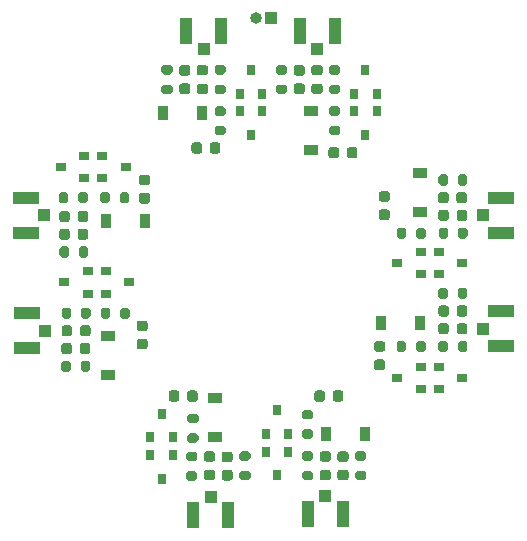
<source format=gbr>
%TF.GenerationSoftware,KiCad,Pcbnew,5.1.7-a382d34a8~87~ubuntu20.04.1*%
%TF.CreationDate,2021-02-25T10:09:00+00:00*%
%TF.ProjectId,UFOPulse,55464f50-756c-4736-952e-6b696361645f,rev?*%
%TF.SameCoordinates,Original*%
%TF.FileFunction,Soldermask,Top*%
%TF.FilePolarity,Negative*%
%FSLAX46Y46*%
G04 Gerber Fmt 4.6, Leading zero omitted, Abs format (unit mm)*
G04 Created by KiCad (PCBNEW 5.1.7-a382d34a8~87~ubuntu20.04.1) date 2021-02-25 10:09:00*
%MOMM*%
%LPD*%
G01*
G04 APERTURE LIST*
%ADD10O,1.000000X1.000000*%
%ADD11R,1.000000X1.000000*%
%ADD12R,0.900000X0.800000*%
%ADD13R,0.800000X0.900000*%
%ADD14R,2.200000X1.050000*%
%ADD15R,1.050000X1.000000*%
%ADD16R,1.050000X2.200000*%
%ADD17R,1.000000X1.050000*%
%ADD18R,0.900000X1.200000*%
%ADD19R,1.200000X0.900000*%
G04 APERTURE END LIST*
D10*
%TO.C,J10*%
X139830000Y-83600000D03*
D11*
X141100000Y-83600000D03*
%TD*%
%TO.C,R24*%
G36*
G01*
X156075000Y-111125000D02*
X156075000Y-111675000D01*
G75*
G02*
X155875000Y-111875000I-200000J0D01*
G01*
X155475000Y-111875000D01*
G75*
G02*
X155275000Y-111675000I0J200000D01*
G01*
X155275000Y-111125000D01*
G75*
G02*
X155475000Y-110925000I200000J0D01*
G01*
X155875000Y-110925000D01*
G75*
G02*
X156075000Y-111125000I0J-200000D01*
G01*
G37*
G36*
G01*
X157725000Y-111125000D02*
X157725000Y-111675000D01*
G75*
G02*
X157525000Y-111875000I-200000J0D01*
G01*
X157125000Y-111875000D01*
G75*
G02*
X156925000Y-111675000I0J200000D01*
G01*
X156925000Y-111125000D01*
G75*
G02*
X157125000Y-110925000I200000J0D01*
G01*
X157525000Y-110925000D01*
G75*
G02*
X157725000Y-111125000I0J-200000D01*
G01*
G37*
%TD*%
%TO.C,R23*%
G36*
G01*
X152550000Y-111125000D02*
X152550000Y-111675000D01*
G75*
G02*
X152350000Y-111875000I-200000J0D01*
G01*
X151950000Y-111875000D01*
G75*
G02*
X151750000Y-111675000I0J200000D01*
G01*
X151750000Y-111125000D01*
G75*
G02*
X151950000Y-110925000I200000J0D01*
G01*
X152350000Y-110925000D01*
G75*
G02*
X152550000Y-111125000I0J-200000D01*
G01*
G37*
G36*
G01*
X154200000Y-111125000D02*
X154200000Y-111675000D01*
G75*
G02*
X154000000Y-111875000I-200000J0D01*
G01*
X153600000Y-111875000D01*
G75*
G02*
X153400000Y-111675000I0J200000D01*
G01*
X153400000Y-111125000D01*
G75*
G02*
X153600000Y-110925000I200000J0D01*
G01*
X154000000Y-110925000D01*
G75*
G02*
X154200000Y-111125000I0J-200000D01*
G01*
G37*
%TD*%
%TO.C,R22*%
G36*
G01*
X156075000Y-106625000D02*
X156075000Y-107175000D01*
G75*
G02*
X155875000Y-107375000I-200000J0D01*
G01*
X155475000Y-107375000D01*
G75*
G02*
X155275000Y-107175000I0J200000D01*
G01*
X155275000Y-106625000D01*
G75*
G02*
X155475000Y-106425000I200000J0D01*
G01*
X155875000Y-106425000D01*
G75*
G02*
X156075000Y-106625000I0J-200000D01*
G01*
G37*
G36*
G01*
X157725000Y-106625000D02*
X157725000Y-107175000D01*
G75*
G02*
X157525000Y-107375000I-200000J0D01*
G01*
X157125000Y-107375000D01*
G75*
G02*
X156925000Y-107175000I0J200000D01*
G01*
X156925000Y-106625000D01*
G75*
G02*
X157125000Y-106425000I200000J0D01*
G01*
X157525000Y-106425000D01*
G75*
G02*
X157725000Y-106625000I0J-200000D01*
G01*
G37*
%TD*%
%TO.C,R21*%
G36*
G01*
X146225000Y-89225000D02*
X146775000Y-89225000D01*
G75*
G02*
X146975000Y-89425000I0J-200000D01*
G01*
X146975000Y-89825000D01*
G75*
G02*
X146775000Y-90025000I-200000J0D01*
G01*
X146225000Y-90025000D01*
G75*
G02*
X146025000Y-89825000I0J200000D01*
G01*
X146025000Y-89425000D01*
G75*
G02*
X146225000Y-89225000I200000J0D01*
G01*
G37*
G36*
G01*
X146225000Y-87575000D02*
X146775000Y-87575000D01*
G75*
G02*
X146975000Y-87775000I0J-200000D01*
G01*
X146975000Y-88175000D01*
G75*
G02*
X146775000Y-88375000I-200000J0D01*
G01*
X146225000Y-88375000D01*
G75*
G02*
X146025000Y-88175000I0J200000D01*
G01*
X146025000Y-87775000D01*
G75*
G02*
X146225000Y-87575000I200000J0D01*
G01*
G37*
%TD*%
%TO.C,R20*%
G36*
G01*
X146225000Y-92725000D02*
X146775000Y-92725000D01*
G75*
G02*
X146975000Y-92925000I0J-200000D01*
G01*
X146975000Y-93325000D01*
G75*
G02*
X146775000Y-93525000I-200000J0D01*
G01*
X146225000Y-93525000D01*
G75*
G02*
X146025000Y-93325000I0J200000D01*
G01*
X146025000Y-92925000D01*
G75*
G02*
X146225000Y-92725000I200000J0D01*
G01*
G37*
G36*
G01*
X146225000Y-91075000D02*
X146775000Y-91075000D01*
G75*
G02*
X146975000Y-91275000I0J-200000D01*
G01*
X146975000Y-91675000D01*
G75*
G02*
X146775000Y-91875000I-200000J0D01*
G01*
X146225000Y-91875000D01*
G75*
G02*
X146025000Y-91675000I0J200000D01*
G01*
X146025000Y-91275000D01*
G75*
G02*
X146225000Y-91075000I200000J0D01*
G01*
G37*
%TD*%
%TO.C,R19*%
G36*
G01*
X141725000Y-89225000D02*
X142275000Y-89225000D01*
G75*
G02*
X142475000Y-89425000I0J-200000D01*
G01*
X142475000Y-89825000D01*
G75*
G02*
X142275000Y-90025000I-200000J0D01*
G01*
X141725000Y-90025000D01*
G75*
G02*
X141525000Y-89825000I0J200000D01*
G01*
X141525000Y-89425000D01*
G75*
G02*
X141725000Y-89225000I200000J0D01*
G01*
G37*
G36*
G01*
X141725000Y-87575000D02*
X142275000Y-87575000D01*
G75*
G02*
X142475000Y-87775000I0J-200000D01*
G01*
X142475000Y-88175000D01*
G75*
G02*
X142275000Y-88375000I-200000J0D01*
G01*
X141725000Y-88375000D01*
G75*
G02*
X141525000Y-88175000I0J200000D01*
G01*
X141525000Y-87775000D01*
G75*
G02*
X141725000Y-87575000I200000J0D01*
G01*
G37*
%TD*%
%TO.C,R18*%
G36*
G01*
X124800000Y-99075000D02*
X124800000Y-98525000D01*
G75*
G02*
X125000000Y-98325000I200000J0D01*
G01*
X125400000Y-98325000D01*
G75*
G02*
X125600000Y-98525000I0J-200000D01*
G01*
X125600000Y-99075000D01*
G75*
G02*
X125400000Y-99275000I-200000J0D01*
G01*
X125000000Y-99275000D01*
G75*
G02*
X124800000Y-99075000I0J200000D01*
G01*
G37*
G36*
G01*
X123150000Y-99075000D02*
X123150000Y-98525000D01*
G75*
G02*
X123350000Y-98325000I200000J0D01*
G01*
X123750000Y-98325000D01*
G75*
G02*
X123950000Y-98525000I0J-200000D01*
G01*
X123950000Y-99075000D01*
G75*
G02*
X123750000Y-99275000I-200000J0D01*
G01*
X123350000Y-99275000D01*
G75*
G02*
X123150000Y-99075000I0J200000D01*
G01*
G37*
%TD*%
%TO.C,R17*%
G36*
G01*
X128300000Y-99075000D02*
X128300000Y-98525000D01*
G75*
G02*
X128500000Y-98325000I200000J0D01*
G01*
X128900000Y-98325000D01*
G75*
G02*
X129100000Y-98525000I0J-200000D01*
G01*
X129100000Y-99075000D01*
G75*
G02*
X128900000Y-99275000I-200000J0D01*
G01*
X128500000Y-99275000D01*
G75*
G02*
X128300000Y-99075000I0J200000D01*
G01*
G37*
G36*
G01*
X126650000Y-99075000D02*
X126650000Y-98525000D01*
G75*
G02*
X126850000Y-98325000I200000J0D01*
G01*
X127250000Y-98325000D01*
G75*
G02*
X127450000Y-98525000I0J-200000D01*
G01*
X127450000Y-99075000D01*
G75*
G02*
X127250000Y-99275000I-200000J0D01*
G01*
X126850000Y-99275000D01*
G75*
G02*
X126650000Y-99075000I0J200000D01*
G01*
G37*
%TD*%
%TO.C,R16*%
G36*
G01*
X124850000Y-103675000D02*
X124850000Y-103125000D01*
G75*
G02*
X125050000Y-102925000I200000J0D01*
G01*
X125450000Y-102925000D01*
G75*
G02*
X125650000Y-103125000I0J-200000D01*
G01*
X125650000Y-103675000D01*
G75*
G02*
X125450000Y-103875000I-200000J0D01*
G01*
X125050000Y-103875000D01*
G75*
G02*
X124850000Y-103675000I0J200000D01*
G01*
G37*
G36*
G01*
X123200000Y-103675000D02*
X123200000Y-103125000D01*
G75*
G02*
X123400000Y-102925000I200000J0D01*
G01*
X123800000Y-102925000D01*
G75*
G02*
X124000000Y-103125000I0J-200000D01*
G01*
X124000000Y-103675000D01*
G75*
G02*
X123800000Y-103875000I-200000J0D01*
G01*
X123400000Y-103875000D01*
G75*
G02*
X123200000Y-103675000I0J200000D01*
G01*
G37*
%TD*%
%TO.C,R15*%
G36*
G01*
X134675000Y-121100000D02*
X134125000Y-121100000D01*
G75*
G02*
X133925000Y-120900000I0J200000D01*
G01*
X133925000Y-120500000D01*
G75*
G02*
X134125000Y-120300000I200000J0D01*
G01*
X134675000Y-120300000D01*
G75*
G02*
X134875000Y-120500000I0J-200000D01*
G01*
X134875000Y-120900000D01*
G75*
G02*
X134675000Y-121100000I-200000J0D01*
G01*
G37*
G36*
G01*
X134675000Y-122750000D02*
X134125000Y-122750000D01*
G75*
G02*
X133925000Y-122550000I0J200000D01*
G01*
X133925000Y-122150000D01*
G75*
G02*
X134125000Y-121950000I200000J0D01*
G01*
X134675000Y-121950000D01*
G75*
G02*
X134875000Y-122150000I0J-200000D01*
G01*
X134875000Y-122550000D01*
G75*
G02*
X134675000Y-122750000I-200000J0D01*
G01*
G37*
%TD*%
%TO.C,R14*%
G36*
G01*
X134775000Y-117900000D02*
X134225000Y-117900000D01*
G75*
G02*
X134025000Y-117700000I0J200000D01*
G01*
X134025000Y-117300000D01*
G75*
G02*
X134225000Y-117100000I200000J0D01*
G01*
X134775000Y-117100000D01*
G75*
G02*
X134975000Y-117300000I0J-200000D01*
G01*
X134975000Y-117700000D01*
G75*
G02*
X134775000Y-117900000I-200000J0D01*
G01*
G37*
G36*
G01*
X134775000Y-119550000D02*
X134225000Y-119550000D01*
G75*
G02*
X134025000Y-119350000I0J200000D01*
G01*
X134025000Y-118950000D01*
G75*
G02*
X134225000Y-118750000I200000J0D01*
G01*
X134775000Y-118750000D01*
G75*
G02*
X134975000Y-118950000I0J-200000D01*
G01*
X134975000Y-119350000D01*
G75*
G02*
X134775000Y-119550000I-200000J0D01*
G01*
G37*
%TD*%
%TO.C,R13*%
G36*
G01*
X139175000Y-121075000D02*
X138625000Y-121075000D01*
G75*
G02*
X138425000Y-120875000I0J200000D01*
G01*
X138425000Y-120475000D01*
G75*
G02*
X138625000Y-120275000I200000J0D01*
G01*
X139175000Y-120275000D01*
G75*
G02*
X139375000Y-120475000I0J-200000D01*
G01*
X139375000Y-120875000D01*
G75*
G02*
X139175000Y-121075000I-200000J0D01*
G01*
G37*
G36*
G01*
X139175000Y-122725000D02*
X138625000Y-122725000D01*
G75*
G02*
X138425000Y-122525000I0J200000D01*
G01*
X138425000Y-122125000D01*
G75*
G02*
X138625000Y-121925000I200000J0D01*
G01*
X139175000Y-121925000D01*
G75*
G02*
X139375000Y-122125000I0J-200000D01*
G01*
X139375000Y-122525000D01*
G75*
G02*
X139175000Y-122725000I-200000J0D01*
G01*
G37*
%TD*%
%TO.C,R12*%
G36*
G01*
X144475000Y-121075000D02*
X143925000Y-121075000D01*
G75*
G02*
X143725000Y-120875000I0J200000D01*
G01*
X143725000Y-120475000D01*
G75*
G02*
X143925000Y-120275000I200000J0D01*
G01*
X144475000Y-120275000D01*
G75*
G02*
X144675000Y-120475000I0J-200000D01*
G01*
X144675000Y-120875000D01*
G75*
G02*
X144475000Y-121075000I-200000J0D01*
G01*
G37*
G36*
G01*
X144475000Y-122725000D02*
X143925000Y-122725000D01*
G75*
G02*
X143725000Y-122525000I0J200000D01*
G01*
X143725000Y-122125000D01*
G75*
G02*
X143925000Y-121925000I200000J0D01*
G01*
X144475000Y-121925000D01*
G75*
G02*
X144675000Y-122125000I0J-200000D01*
G01*
X144675000Y-122525000D01*
G75*
G02*
X144475000Y-122725000I-200000J0D01*
G01*
G37*
%TD*%
%TO.C,R11*%
G36*
G01*
X144475000Y-117575000D02*
X143925000Y-117575000D01*
G75*
G02*
X143725000Y-117375000I0J200000D01*
G01*
X143725000Y-116975000D01*
G75*
G02*
X143925000Y-116775000I200000J0D01*
G01*
X144475000Y-116775000D01*
G75*
G02*
X144675000Y-116975000I0J-200000D01*
G01*
X144675000Y-117375000D01*
G75*
G02*
X144475000Y-117575000I-200000J0D01*
G01*
G37*
G36*
G01*
X144475000Y-119225000D02*
X143925000Y-119225000D01*
G75*
G02*
X143725000Y-119025000I0J200000D01*
G01*
X143725000Y-118625000D01*
G75*
G02*
X143925000Y-118425000I200000J0D01*
G01*
X144475000Y-118425000D01*
G75*
G02*
X144675000Y-118625000I0J-200000D01*
G01*
X144675000Y-119025000D01*
G75*
G02*
X144475000Y-119225000I-200000J0D01*
G01*
G37*
%TD*%
%TO.C,R10*%
G36*
G01*
X148975001Y-121075000D02*
X148425001Y-121075000D01*
G75*
G02*
X148225001Y-120875000I0J200000D01*
G01*
X148225001Y-120475000D01*
G75*
G02*
X148425001Y-120275000I200000J0D01*
G01*
X148975001Y-120275000D01*
G75*
G02*
X149175001Y-120475000I0J-200000D01*
G01*
X149175001Y-120875000D01*
G75*
G02*
X148975001Y-121075000I-200000J0D01*
G01*
G37*
G36*
G01*
X148975001Y-122725000D02*
X148425001Y-122725000D01*
G75*
G02*
X148225001Y-122525000I0J200000D01*
G01*
X148225001Y-122125000D01*
G75*
G02*
X148425001Y-121925000I200000J0D01*
G01*
X148975001Y-121925000D01*
G75*
G02*
X149175001Y-122125000I0J-200000D01*
G01*
X149175001Y-122525000D01*
G75*
G02*
X148975001Y-122725000I-200000J0D01*
G01*
G37*
%TD*%
%TO.C,R9*%
G36*
G01*
X156100000Y-101525000D02*
X156100000Y-102075000D01*
G75*
G02*
X155900000Y-102275000I-200000J0D01*
G01*
X155500000Y-102275000D01*
G75*
G02*
X155300000Y-102075000I0J200000D01*
G01*
X155300000Y-101525000D01*
G75*
G02*
X155500000Y-101325000I200000J0D01*
G01*
X155900000Y-101325000D01*
G75*
G02*
X156100000Y-101525000I0J-200000D01*
G01*
G37*
G36*
G01*
X157750000Y-101525000D02*
X157750000Y-102075000D01*
G75*
G02*
X157550000Y-102275000I-200000J0D01*
G01*
X157150000Y-102275000D01*
G75*
G02*
X156950000Y-102075000I0J200000D01*
G01*
X156950000Y-101525000D01*
G75*
G02*
X157150000Y-101325000I200000J0D01*
G01*
X157550000Y-101325000D01*
G75*
G02*
X157750000Y-101525000I0J-200000D01*
G01*
G37*
%TD*%
%TO.C,R8*%
G36*
G01*
X152550000Y-101525000D02*
X152550000Y-102075000D01*
G75*
G02*
X152350000Y-102275000I-200000J0D01*
G01*
X151950000Y-102275000D01*
G75*
G02*
X151750000Y-102075000I0J200000D01*
G01*
X151750000Y-101525000D01*
G75*
G02*
X151950000Y-101325000I200000J0D01*
G01*
X152350000Y-101325000D01*
G75*
G02*
X152550000Y-101525000I0J-200000D01*
G01*
G37*
G36*
G01*
X154200000Y-101525000D02*
X154200000Y-102075000D01*
G75*
G02*
X154000000Y-102275000I-200000J0D01*
G01*
X153600000Y-102275000D01*
G75*
G02*
X153400000Y-102075000I0J200000D01*
G01*
X153400000Y-101525000D01*
G75*
G02*
X153600000Y-101325000I200000J0D01*
G01*
X154000000Y-101325000D01*
G75*
G02*
X154200000Y-101525000I0J-200000D01*
G01*
G37*
%TD*%
%TO.C,R7*%
G36*
G01*
X156075000Y-97025000D02*
X156075000Y-97575000D01*
G75*
G02*
X155875000Y-97775000I-200000J0D01*
G01*
X155475000Y-97775000D01*
G75*
G02*
X155275000Y-97575000I0J200000D01*
G01*
X155275000Y-97025000D01*
G75*
G02*
X155475000Y-96825000I200000J0D01*
G01*
X155875000Y-96825000D01*
G75*
G02*
X156075000Y-97025000I0J-200000D01*
G01*
G37*
G36*
G01*
X157725000Y-97025000D02*
X157725000Y-97575000D01*
G75*
G02*
X157525000Y-97775000I-200000J0D01*
G01*
X157125000Y-97775000D01*
G75*
G02*
X156925000Y-97575000I0J200000D01*
G01*
X156925000Y-97025000D01*
G75*
G02*
X157125000Y-96825000I200000J0D01*
G01*
X157525000Y-96825000D01*
G75*
G02*
X157725000Y-97025000I0J-200000D01*
G01*
G37*
%TD*%
%TO.C,R6*%
G36*
G01*
X136525001Y-89225000D02*
X137075001Y-89225000D01*
G75*
G02*
X137275001Y-89425000I0J-200000D01*
G01*
X137275001Y-89825000D01*
G75*
G02*
X137075001Y-90025000I-200000J0D01*
G01*
X136525001Y-90025000D01*
G75*
G02*
X136325001Y-89825000I0J200000D01*
G01*
X136325001Y-89425000D01*
G75*
G02*
X136525001Y-89225000I200000J0D01*
G01*
G37*
G36*
G01*
X136525001Y-87575000D02*
X137075001Y-87575000D01*
G75*
G02*
X137275001Y-87775000I0J-200000D01*
G01*
X137275001Y-88175000D01*
G75*
G02*
X137075001Y-88375000I-200000J0D01*
G01*
X136525001Y-88375000D01*
G75*
G02*
X136325001Y-88175000I0J200000D01*
G01*
X136325001Y-87775000D01*
G75*
G02*
X136525001Y-87575000I200000J0D01*
G01*
G37*
%TD*%
%TO.C,R5*%
G36*
G01*
X136525000Y-92725000D02*
X137075000Y-92725000D01*
G75*
G02*
X137275000Y-92925000I0J-200000D01*
G01*
X137275000Y-93325000D01*
G75*
G02*
X137075000Y-93525000I-200000J0D01*
G01*
X136525000Y-93525000D01*
G75*
G02*
X136325000Y-93325000I0J200000D01*
G01*
X136325000Y-92925000D01*
G75*
G02*
X136525000Y-92725000I200000J0D01*
G01*
G37*
G36*
G01*
X136525000Y-91075000D02*
X137075000Y-91075000D01*
G75*
G02*
X137275000Y-91275000I0J-200000D01*
G01*
X137275000Y-91675000D01*
G75*
G02*
X137075000Y-91875000I-200000J0D01*
G01*
X136525000Y-91875000D01*
G75*
G02*
X136325000Y-91675000I0J200000D01*
G01*
X136325000Y-91275000D01*
G75*
G02*
X136525000Y-91075000I200000J0D01*
G01*
G37*
%TD*%
%TO.C,R4*%
G36*
G01*
X132025000Y-89225000D02*
X132575000Y-89225000D01*
G75*
G02*
X132775000Y-89425000I0J-200000D01*
G01*
X132775000Y-89825000D01*
G75*
G02*
X132575000Y-90025000I-200000J0D01*
G01*
X132025000Y-90025000D01*
G75*
G02*
X131825000Y-89825000I0J200000D01*
G01*
X131825000Y-89425000D01*
G75*
G02*
X132025000Y-89225000I200000J0D01*
G01*
G37*
G36*
G01*
X132025000Y-87575000D02*
X132575000Y-87575000D01*
G75*
G02*
X132775000Y-87775000I0J-200000D01*
G01*
X132775000Y-88175000D01*
G75*
G02*
X132575000Y-88375000I-200000J0D01*
G01*
X132025000Y-88375000D01*
G75*
G02*
X131825000Y-88175000I0J200000D01*
G01*
X131825000Y-87775000D01*
G75*
G02*
X132025000Y-87575000I200000J0D01*
G01*
G37*
%TD*%
%TO.C,R3*%
G36*
G01*
X125028388Y-108849160D02*
X125028388Y-108299160D01*
G75*
G02*
X125228388Y-108099160I200000J0D01*
G01*
X125628388Y-108099160D01*
G75*
G02*
X125828388Y-108299160I0J-200000D01*
G01*
X125828388Y-108849160D01*
G75*
G02*
X125628388Y-109049160I-200000J0D01*
G01*
X125228388Y-109049160D01*
G75*
G02*
X125028388Y-108849160I0J200000D01*
G01*
G37*
G36*
G01*
X123378388Y-108849160D02*
X123378388Y-108299160D01*
G75*
G02*
X123578388Y-108099160I200000J0D01*
G01*
X123978388Y-108099160D01*
G75*
G02*
X124178388Y-108299160I0J-200000D01*
G01*
X124178388Y-108849160D01*
G75*
G02*
X123978388Y-109049160I-200000J0D01*
G01*
X123578388Y-109049160D01*
G75*
G02*
X123378388Y-108849160I0J200000D01*
G01*
G37*
%TD*%
%TO.C,R2*%
G36*
G01*
X128353388Y-108849160D02*
X128353388Y-108299160D01*
G75*
G02*
X128553388Y-108099160I200000J0D01*
G01*
X128953388Y-108099160D01*
G75*
G02*
X129153388Y-108299160I0J-200000D01*
G01*
X129153388Y-108849160D01*
G75*
G02*
X128953388Y-109049160I-200000J0D01*
G01*
X128553388Y-109049160D01*
G75*
G02*
X128353388Y-108849160I0J200000D01*
G01*
G37*
G36*
G01*
X126703388Y-108849160D02*
X126703388Y-108299160D01*
G75*
G02*
X126903388Y-108099160I200000J0D01*
G01*
X127303388Y-108099160D01*
G75*
G02*
X127503388Y-108299160I0J-200000D01*
G01*
X127503388Y-108849160D01*
G75*
G02*
X127303388Y-109049160I-200000J0D01*
G01*
X126903388Y-109049160D01*
G75*
G02*
X126703388Y-108849160I0J200000D01*
G01*
G37*
%TD*%
%TO.C,R1*%
G36*
G01*
X125003387Y-113349159D02*
X125003387Y-112799159D01*
G75*
G02*
X125203387Y-112599159I200000J0D01*
G01*
X125603387Y-112599159D01*
G75*
G02*
X125803387Y-112799159I0J-200000D01*
G01*
X125803387Y-113349159D01*
G75*
G02*
X125603387Y-113549159I-200000J0D01*
G01*
X125203387Y-113549159D01*
G75*
G02*
X125003387Y-113349159I0J200000D01*
G01*
G37*
G36*
G01*
X123353387Y-113349159D02*
X123353387Y-112799159D01*
G75*
G02*
X123553387Y-112599159I200000J0D01*
G01*
X123953387Y-112599159D01*
G75*
G02*
X124153387Y-112799159I0J-200000D01*
G01*
X124153387Y-113349159D01*
G75*
G02*
X123953387Y-113549159I-200000J0D01*
G01*
X123553387Y-113549159D01*
G75*
G02*
X123353387Y-113349159I0J200000D01*
G01*
G37*
%TD*%
D12*
%TO.C,Q16*%
X157300000Y-114050000D03*
X155300000Y-115000000D03*
X155300000Y-113100000D03*
%TD*%
%TO.C,Q15*%
X151780000Y-114050000D03*
X153780000Y-113100000D03*
X153780000Y-115000000D03*
%TD*%
D13*
%TO.C,Q14*%
X149100000Y-88000000D03*
X150050000Y-90000000D03*
X148150000Y-90000000D03*
%TD*%
%TO.C,Q13*%
X149100000Y-93500000D03*
X148150000Y-91500000D03*
X150050000Y-91500000D03*
%TD*%
D12*
%TO.C,Q12*%
X123300000Y-96200000D03*
X125300000Y-95250000D03*
X125300000Y-97150000D03*
%TD*%
%TO.C,Q11*%
X128800000Y-96200000D03*
X126800000Y-97150000D03*
X126800000Y-95250000D03*
%TD*%
D13*
%TO.C,Q10*%
X131850000Y-122599999D03*
X130900000Y-120599999D03*
X132800000Y-120599999D03*
%TD*%
%TO.C,Q9*%
X131850000Y-117100000D03*
X132800000Y-119100000D03*
X130900000Y-119100000D03*
%TD*%
%TO.C,Q8*%
X141600000Y-122300000D03*
X140650000Y-120300000D03*
X142550000Y-120300000D03*
%TD*%
%TO.C,Q7*%
X141600000Y-116799999D03*
X142550000Y-118799999D03*
X140650000Y-118799999D03*
%TD*%
D12*
%TO.C,Q6*%
X157300000Y-104340000D03*
X155300000Y-105290000D03*
X155300000Y-103390000D03*
%TD*%
%TO.C,Q5*%
X151800000Y-104340000D03*
X153800000Y-103390000D03*
X153800000Y-105290000D03*
%TD*%
D13*
%TO.C,Q4*%
X139400000Y-88000000D03*
X140350000Y-90000000D03*
X138450000Y-90000000D03*
%TD*%
%TO.C,Q3*%
X139400000Y-93500000D03*
X138450000Y-91500000D03*
X140350000Y-91500000D03*
%TD*%
D12*
%TO.C,Q2*%
X123603388Y-105974159D03*
X125603388Y-105024159D03*
X125603388Y-106924159D03*
%TD*%
%TO.C,Q1*%
X129103388Y-105974159D03*
X127103388Y-106924159D03*
X127103388Y-105024159D03*
%TD*%
%TO.C,L8*%
G36*
G01*
X156150001Y-109643750D02*
X156150001Y-110156250D01*
G75*
G02*
X155931251Y-110375000I-218750J0D01*
G01*
X155493751Y-110375000D01*
G75*
G02*
X155275001Y-110156250I0J218750D01*
G01*
X155275001Y-109643750D01*
G75*
G02*
X155493751Y-109425000I218750J0D01*
G01*
X155931251Y-109425000D01*
G75*
G02*
X156150001Y-109643750I0J-218750D01*
G01*
G37*
G36*
G01*
X157725001Y-109643750D02*
X157725001Y-110156250D01*
G75*
G02*
X157506251Y-110375000I-218750J0D01*
G01*
X157068751Y-110375000D01*
G75*
G02*
X156850001Y-110156250I0J218750D01*
G01*
X156850001Y-109643750D01*
G75*
G02*
X157068751Y-109425000I218750J0D01*
G01*
X157506251Y-109425000D01*
G75*
G02*
X157725001Y-109643750I0J-218750D01*
G01*
G37*
%TD*%
%TO.C,L7*%
G36*
G01*
X144743750Y-89150000D02*
X145256250Y-89150000D01*
G75*
G02*
X145475000Y-89368750I0J-218750D01*
G01*
X145475000Y-89806250D01*
G75*
G02*
X145256250Y-90025000I-218750J0D01*
G01*
X144743750Y-90025000D01*
G75*
G02*
X144525000Y-89806250I0J218750D01*
G01*
X144525000Y-89368750D01*
G75*
G02*
X144743750Y-89150000I218750J0D01*
G01*
G37*
G36*
G01*
X144743750Y-87575000D02*
X145256250Y-87575000D01*
G75*
G02*
X145475000Y-87793750I0J-218750D01*
G01*
X145475000Y-88231250D01*
G75*
G02*
X145256250Y-88450000I-218750J0D01*
G01*
X144743750Y-88450000D01*
G75*
G02*
X144525000Y-88231250I0J218750D01*
G01*
X144525000Y-87793750D01*
G75*
G02*
X144743750Y-87575000I218750J0D01*
G01*
G37*
%TD*%
%TO.C,L6*%
G36*
G01*
X124750000Y-100656250D02*
X124750000Y-100143750D01*
G75*
G02*
X124968750Y-99925000I218750J0D01*
G01*
X125406250Y-99925000D01*
G75*
G02*
X125625000Y-100143750I0J-218750D01*
G01*
X125625000Y-100656250D01*
G75*
G02*
X125406250Y-100875000I-218750J0D01*
G01*
X124968750Y-100875000D01*
G75*
G02*
X124750000Y-100656250I0J218750D01*
G01*
G37*
G36*
G01*
X123175000Y-100656250D02*
X123175000Y-100143750D01*
G75*
G02*
X123393750Y-99925000I218750J0D01*
G01*
X123831250Y-99925000D01*
G75*
G02*
X124050000Y-100143750I0J-218750D01*
G01*
X124050000Y-100656250D01*
G75*
G02*
X123831250Y-100875000I-218750J0D01*
G01*
X123393750Y-100875000D01*
G75*
G02*
X123175000Y-100656250I0J218750D01*
G01*
G37*
%TD*%
%TO.C,L5*%
G36*
G01*
X136156250Y-121162498D02*
X135643750Y-121162498D01*
G75*
G02*
X135425000Y-120943748I0J218750D01*
G01*
X135425000Y-120506248D01*
G75*
G02*
X135643750Y-120287498I218750J0D01*
G01*
X136156250Y-120287498D01*
G75*
G02*
X136375000Y-120506248I0J-218750D01*
G01*
X136375000Y-120943748D01*
G75*
G02*
X136156250Y-121162498I-218750J0D01*
G01*
G37*
G36*
G01*
X136156250Y-122737498D02*
X135643750Y-122737498D01*
G75*
G02*
X135425000Y-122518748I0J218750D01*
G01*
X135425000Y-122081248D01*
G75*
G02*
X135643750Y-121862498I218750J0D01*
G01*
X136156250Y-121862498D01*
G75*
G02*
X136375000Y-122081248I0J-218750D01*
G01*
X136375000Y-122518748D01*
G75*
G02*
X136156250Y-122737498I-218750J0D01*
G01*
G37*
%TD*%
%TO.C,L4*%
G36*
G01*
X145956250Y-121150000D02*
X145443750Y-121150000D01*
G75*
G02*
X145225000Y-120931250I0J218750D01*
G01*
X145225000Y-120493750D01*
G75*
G02*
X145443750Y-120275000I218750J0D01*
G01*
X145956250Y-120275000D01*
G75*
G02*
X146175000Y-120493750I0J-218750D01*
G01*
X146175000Y-120931250D01*
G75*
G02*
X145956250Y-121150000I-218750J0D01*
G01*
G37*
G36*
G01*
X145956250Y-122725000D02*
X145443750Y-122725000D01*
G75*
G02*
X145225000Y-122506250I0J218750D01*
G01*
X145225000Y-122068750D01*
G75*
G02*
X145443750Y-121850000I218750J0D01*
G01*
X145956250Y-121850000D01*
G75*
G02*
X146175000Y-122068750I0J-218750D01*
G01*
X146175000Y-122506250D01*
G75*
G02*
X145956250Y-122725000I-218750J0D01*
G01*
G37*
%TD*%
%TO.C,L3*%
G36*
G01*
X156150000Y-100043750D02*
X156150000Y-100556250D01*
G75*
G02*
X155931250Y-100775000I-218750J0D01*
G01*
X155493750Y-100775000D01*
G75*
G02*
X155275000Y-100556250I0J218750D01*
G01*
X155275000Y-100043750D01*
G75*
G02*
X155493750Y-99825000I218750J0D01*
G01*
X155931250Y-99825000D01*
G75*
G02*
X156150000Y-100043750I0J-218750D01*
G01*
G37*
G36*
G01*
X157725000Y-100043750D02*
X157725000Y-100556250D01*
G75*
G02*
X157506250Y-100775000I-218750J0D01*
G01*
X157068750Y-100775000D01*
G75*
G02*
X156850000Y-100556250I0J218750D01*
G01*
X156850000Y-100043750D01*
G75*
G02*
X157068750Y-99825000I218750J0D01*
G01*
X157506250Y-99825000D01*
G75*
G02*
X157725000Y-100043750I0J-218750D01*
G01*
G37*
%TD*%
%TO.C,L2*%
G36*
G01*
X135043749Y-89150000D02*
X135556249Y-89150000D01*
G75*
G02*
X135774999Y-89368750I0J-218750D01*
G01*
X135774999Y-89806250D01*
G75*
G02*
X135556249Y-90025000I-218750J0D01*
G01*
X135043749Y-90025000D01*
G75*
G02*
X134824999Y-89806250I0J218750D01*
G01*
X134824999Y-89368750D01*
G75*
G02*
X135043749Y-89150000I218750J0D01*
G01*
G37*
G36*
G01*
X135043749Y-87575000D02*
X135556249Y-87575000D01*
G75*
G02*
X135774999Y-87793750I0J-218750D01*
G01*
X135774999Y-88231250D01*
G75*
G02*
X135556249Y-88450000I-218750J0D01*
G01*
X135043749Y-88450000D01*
G75*
G02*
X134824999Y-88231250I0J218750D01*
G01*
X134824999Y-87793750D01*
G75*
G02*
X135043749Y-87575000I218750J0D01*
G01*
G37*
%TD*%
%TO.C,L1*%
G36*
G01*
X124953388Y-110330410D02*
X124953388Y-109817910D01*
G75*
G02*
X125172138Y-109599160I218750J0D01*
G01*
X125609638Y-109599160D01*
G75*
G02*
X125828388Y-109817910I0J-218750D01*
G01*
X125828388Y-110330410D01*
G75*
G02*
X125609638Y-110549160I-218750J0D01*
G01*
X125172138Y-110549160D01*
G75*
G02*
X124953388Y-110330410I0J218750D01*
G01*
G37*
G36*
G01*
X123378388Y-110330410D02*
X123378388Y-109817910D01*
G75*
G02*
X123597138Y-109599160I218750J0D01*
G01*
X124034638Y-109599160D01*
G75*
G02*
X124253388Y-109817910I0J-218750D01*
G01*
X124253388Y-110330410D01*
G75*
G02*
X124034638Y-110549160I-218750J0D01*
G01*
X123597138Y-110549160D01*
G75*
G02*
X123378388Y-110330410I0J218750D01*
G01*
G37*
%TD*%
D14*
%TO.C,J8*%
X160575000Y-108425000D03*
D15*
X159050000Y-109900000D03*
D14*
X160575000Y-111375000D03*
%TD*%
D16*
%TO.C,J7*%
X143535001Y-84705000D03*
D17*
X145010001Y-86230000D03*
D16*
X146485001Y-84705000D03*
%TD*%
D14*
%TO.C,J6*%
X120325000Y-101775000D03*
D15*
X121850000Y-100300000D03*
D14*
X120325000Y-98825000D03*
%TD*%
D16*
%TO.C,J5*%
X137475000Y-125675000D03*
D17*
X136000000Y-124150000D03*
D16*
X134525000Y-125675000D03*
%TD*%
%TO.C,J4*%
X147175000Y-125575000D03*
D17*
X145700000Y-124050000D03*
D16*
X144225000Y-125575000D03*
%TD*%
D14*
%TO.C,J3*%
X160595000Y-98815000D03*
D15*
X159070000Y-100290000D03*
D14*
X160595000Y-101765000D03*
%TD*%
D16*
%TO.C,J2*%
X133925000Y-84694999D03*
D17*
X135400000Y-86219999D03*
D16*
X136875000Y-84694999D03*
%TD*%
D14*
%TO.C,J1*%
X120440520Y-111540454D03*
D15*
X121965520Y-110065454D03*
D14*
X120440520Y-108590454D03*
%TD*%
D18*
%TO.C,D15*%
X153750000Y-109400000D03*
X150450000Y-109400000D03*
%TD*%
D19*
%TO.C,D13*%
X144500000Y-91450000D03*
X144500000Y-94750000D03*
%TD*%
D18*
%TO.C,D11*%
X127100000Y-100800000D03*
X130400000Y-100800000D03*
%TD*%
D19*
%TO.C,D9*%
X136400000Y-119100000D03*
X136400000Y-115800000D03*
%TD*%
D18*
%TO.C,D7*%
X145750000Y-118800000D03*
X149050000Y-118800000D03*
%TD*%
D19*
%TO.C,D5*%
X153700000Y-100050000D03*
X153700000Y-96750000D03*
%TD*%
D18*
%TO.C,D3*%
X135250000Y-91600000D03*
X131950000Y-91600000D03*
%TD*%
D19*
%TO.C,D1*%
X127300000Y-110550000D03*
X127300000Y-113850000D03*
%TD*%
%TO.C,C16*%
G36*
G01*
X156175000Y-108150000D02*
X156175000Y-108650000D01*
G75*
G02*
X155950000Y-108875000I-225000J0D01*
G01*
X155500000Y-108875000D01*
G75*
G02*
X155275000Y-108650000I0J225000D01*
G01*
X155275000Y-108150000D01*
G75*
G02*
X155500000Y-107925000I225000J0D01*
G01*
X155950000Y-107925000D01*
G75*
G02*
X156175000Y-108150000I0J-225000D01*
G01*
G37*
G36*
G01*
X157725000Y-108150000D02*
X157725000Y-108650000D01*
G75*
G02*
X157500000Y-108875000I-225000J0D01*
G01*
X157050000Y-108875000D01*
G75*
G02*
X156825000Y-108650000I0J225000D01*
G01*
X156825000Y-108150000D01*
G75*
G02*
X157050000Y-107925000I225000J0D01*
G01*
X157500000Y-107925000D01*
G75*
G02*
X157725000Y-108150000I0J-225000D01*
G01*
G37*
%TD*%
%TO.C,C15*%
G36*
G01*
X150550000Y-111850000D02*
X150050000Y-111850000D01*
G75*
G02*
X149825000Y-111625000I0J225000D01*
G01*
X149825000Y-111175000D01*
G75*
G02*
X150050000Y-110950000I225000J0D01*
G01*
X150550000Y-110950000D01*
G75*
G02*
X150775000Y-111175000I0J-225000D01*
G01*
X150775000Y-111625000D01*
G75*
G02*
X150550000Y-111850000I-225000J0D01*
G01*
G37*
G36*
G01*
X150550000Y-113400000D02*
X150050000Y-113400000D01*
G75*
G02*
X149825000Y-113175000I0J225000D01*
G01*
X149825000Y-112725000D01*
G75*
G02*
X150050000Y-112500000I225000J0D01*
G01*
X150550000Y-112500000D01*
G75*
G02*
X150775000Y-112725000I0J-225000D01*
G01*
X150775000Y-113175000D01*
G75*
G02*
X150550000Y-113400000I-225000J0D01*
G01*
G37*
%TD*%
%TO.C,C14*%
G36*
G01*
X143250000Y-89125000D02*
X143750000Y-89125000D01*
G75*
G02*
X143975000Y-89350000I0J-225000D01*
G01*
X143975000Y-89800000D01*
G75*
G02*
X143750000Y-90025000I-225000J0D01*
G01*
X143250000Y-90025000D01*
G75*
G02*
X143025000Y-89800000I0J225000D01*
G01*
X143025000Y-89350000D01*
G75*
G02*
X143250000Y-89125000I225000J0D01*
G01*
G37*
G36*
G01*
X143250000Y-87575000D02*
X143750000Y-87575000D01*
G75*
G02*
X143975000Y-87800000I0J-225000D01*
G01*
X143975000Y-88250000D01*
G75*
G02*
X143750000Y-88475000I-225000J0D01*
G01*
X143250000Y-88475000D01*
G75*
G02*
X143025000Y-88250000I0J225000D01*
G01*
X143025000Y-87800000D01*
G75*
G02*
X143250000Y-87575000I225000J0D01*
G01*
G37*
%TD*%
%TO.C,C13*%
G36*
G01*
X146875000Y-94750000D02*
X146875000Y-95250000D01*
G75*
G02*
X146650000Y-95475000I-225000J0D01*
G01*
X146200000Y-95475000D01*
G75*
G02*
X145975000Y-95250000I0J225000D01*
G01*
X145975000Y-94750000D01*
G75*
G02*
X146200000Y-94525000I225000J0D01*
G01*
X146650000Y-94525000D01*
G75*
G02*
X146875000Y-94750000I0J-225000D01*
G01*
G37*
G36*
G01*
X148425000Y-94750000D02*
X148425000Y-95250000D01*
G75*
G02*
X148200000Y-95475000I-225000J0D01*
G01*
X147750000Y-95475000D01*
G75*
G02*
X147525000Y-95250000I0J225000D01*
G01*
X147525000Y-94750000D01*
G75*
G02*
X147750000Y-94525000I225000J0D01*
G01*
X148200000Y-94525000D01*
G75*
G02*
X148425000Y-94750000I0J-225000D01*
G01*
G37*
%TD*%
%TO.C,C12*%
G36*
G01*
X124725000Y-102150000D02*
X124725000Y-101650000D01*
G75*
G02*
X124950000Y-101425000I225000J0D01*
G01*
X125400000Y-101425000D01*
G75*
G02*
X125625000Y-101650000I0J-225000D01*
G01*
X125625000Y-102150000D01*
G75*
G02*
X125400000Y-102375000I-225000J0D01*
G01*
X124950000Y-102375000D01*
G75*
G02*
X124725000Y-102150000I0J225000D01*
G01*
G37*
G36*
G01*
X123175000Y-102150000D02*
X123175000Y-101650000D01*
G75*
G02*
X123400000Y-101425000I225000J0D01*
G01*
X123850000Y-101425000D01*
G75*
G02*
X124075000Y-101650000I0J-225000D01*
G01*
X124075000Y-102150000D01*
G75*
G02*
X123850000Y-102375000I-225000J0D01*
G01*
X123400000Y-102375000D01*
G75*
G02*
X123175000Y-102150000I0J225000D01*
G01*
G37*
%TD*%
%TO.C,C11*%
G36*
G01*
X130150000Y-98400000D02*
X130650000Y-98400000D01*
G75*
G02*
X130875000Y-98625000I0J-225000D01*
G01*
X130875000Y-99075000D01*
G75*
G02*
X130650000Y-99300000I-225000J0D01*
G01*
X130150000Y-99300000D01*
G75*
G02*
X129925000Y-99075000I0J225000D01*
G01*
X129925000Y-98625000D01*
G75*
G02*
X130150000Y-98400000I225000J0D01*
G01*
G37*
G36*
G01*
X130150000Y-96850000D02*
X130650000Y-96850000D01*
G75*
G02*
X130875000Y-97075000I0J-225000D01*
G01*
X130875000Y-97525000D01*
G75*
G02*
X130650000Y-97750000I-225000J0D01*
G01*
X130150000Y-97750000D01*
G75*
G02*
X129925000Y-97525000I0J225000D01*
G01*
X129925000Y-97075000D01*
G75*
G02*
X130150000Y-96850000I225000J0D01*
G01*
G37*
%TD*%
%TO.C,C10*%
G36*
G01*
X137650000Y-121200000D02*
X137150000Y-121200000D01*
G75*
G02*
X136925000Y-120975000I0J225000D01*
G01*
X136925000Y-120525000D01*
G75*
G02*
X137150000Y-120300000I225000J0D01*
G01*
X137650000Y-120300000D01*
G75*
G02*
X137875000Y-120525000I0J-225000D01*
G01*
X137875000Y-120975000D01*
G75*
G02*
X137650000Y-121200000I-225000J0D01*
G01*
G37*
G36*
G01*
X137650000Y-122750000D02*
X137150000Y-122750000D01*
G75*
G02*
X136925000Y-122525000I0J225000D01*
G01*
X136925000Y-122075000D01*
G75*
G02*
X137150000Y-121850000I225000J0D01*
G01*
X137650000Y-121850000D01*
G75*
G02*
X137875000Y-122075000I0J-225000D01*
G01*
X137875000Y-122525000D01*
G75*
G02*
X137650000Y-122750000I-225000J0D01*
G01*
G37*
%TD*%
%TO.C,C9*%
G36*
G01*
X134000000Y-115850000D02*
X134000000Y-115350000D01*
G75*
G02*
X134225000Y-115125000I225000J0D01*
G01*
X134675000Y-115125000D01*
G75*
G02*
X134900000Y-115350000I0J-225000D01*
G01*
X134900000Y-115850000D01*
G75*
G02*
X134675000Y-116075000I-225000J0D01*
G01*
X134225000Y-116075000D01*
G75*
G02*
X134000000Y-115850000I0J225000D01*
G01*
G37*
G36*
G01*
X132450000Y-115850000D02*
X132450000Y-115350000D01*
G75*
G02*
X132675000Y-115125000I225000J0D01*
G01*
X133125000Y-115125000D01*
G75*
G02*
X133350000Y-115350000I0J-225000D01*
G01*
X133350000Y-115850000D01*
G75*
G02*
X133125000Y-116075000I-225000J0D01*
G01*
X132675000Y-116075000D01*
G75*
G02*
X132450000Y-115850000I0J225000D01*
G01*
G37*
%TD*%
%TO.C,C8*%
G36*
G01*
X147449999Y-121175000D02*
X146949999Y-121175000D01*
G75*
G02*
X146724999Y-120950000I0J225000D01*
G01*
X146724999Y-120500000D01*
G75*
G02*
X146949999Y-120275000I225000J0D01*
G01*
X147449999Y-120275000D01*
G75*
G02*
X147674999Y-120500000I0J-225000D01*
G01*
X147674999Y-120950000D01*
G75*
G02*
X147449999Y-121175000I-225000J0D01*
G01*
G37*
G36*
G01*
X147449999Y-122725000D02*
X146949999Y-122725000D01*
G75*
G02*
X146724999Y-122500000I0J225000D01*
G01*
X146724999Y-122050000D01*
G75*
G02*
X146949999Y-121825000I225000J0D01*
G01*
X147449999Y-121825000D01*
G75*
G02*
X147674999Y-122050000I0J-225000D01*
G01*
X147674999Y-122500000D01*
G75*
G02*
X147449999Y-122725000I-225000J0D01*
G01*
G37*
%TD*%
%TO.C,C7*%
G36*
G01*
X146325000Y-115850000D02*
X146325000Y-115350000D01*
G75*
G02*
X146550000Y-115125000I225000J0D01*
G01*
X147000000Y-115125000D01*
G75*
G02*
X147225000Y-115350000I0J-225000D01*
G01*
X147225000Y-115850000D01*
G75*
G02*
X147000000Y-116075000I-225000J0D01*
G01*
X146550000Y-116075000D01*
G75*
G02*
X146325000Y-115850000I0J225000D01*
G01*
G37*
G36*
G01*
X144775000Y-115850000D02*
X144775000Y-115350000D01*
G75*
G02*
X145000000Y-115125000I225000J0D01*
G01*
X145450000Y-115125000D01*
G75*
G02*
X145675000Y-115350000I0J-225000D01*
G01*
X145675000Y-115850000D01*
G75*
G02*
X145450000Y-116075000I-225000J0D01*
G01*
X145000000Y-116075000D01*
G75*
G02*
X144775000Y-115850000I0J225000D01*
G01*
G37*
%TD*%
%TO.C,C6*%
G36*
G01*
X156150000Y-98550000D02*
X156150000Y-99050000D01*
G75*
G02*
X155925000Y-99275000I-225000J0D01*
G01*
X155475000Y-99275000D01*
G75*
G02*
X155250000Y-99050000I0J225000D01*
G01*
X155250000Y-98550000D01*
G75*
G02*
X155475000Y-98325000I225000J0D01*
G01*
X155925000Y-98325000D01*
G75*
G02*
X156150000Y-98550000I0J-225000D01*
G01*
G37*
G36*
G01*
X157700000Y-98550000D02*
X157700000Y-99050000D01*
G75*
G02*
X157475000Y-99275000I-225000J0D01*
G01*
X157025000Y-99275000D01*
G75*
G02*
X156800000Y-99050000I0J225000D01*
G01*
X156800000Y-98550000D01*
G75*
G02*
X157025000Y-98325000I225000J0D01*
G01*
X157475000Y-98325000D01*
G75*
G02*
X157700000Y-98550000I0J-225000D01*
G01*
G37*
%TD*%
%TO.C,C5*%
G36*
G01*
X150950000Y-99150000D02*
X150450000Y-99150000D01*
G75*
G02*
X150225000Y-98925000I0J225000D01*
G01*
X150225000Y-98475000D01*
G75*
G02*
X150450000Y-98250000I225000J0D01*
G01*
X150950000Y-98250000D01*
G75*
G02*
X151175000Y-98475000I0J-225000D01*
G01*
X151175000Y-98925000D01*
G75*
G02*
X150950000Y-99150000I-225000J0D01*
G01*
G37*
G36*
G01*
X150950000Y-100700000D02*
X150450000Y-100700000D01*
G75*
G02*
X150225000Y-100475000I0J225000D01*
G01*
X150225000Y-100025000D01*
G75*
G02*
X150450000Y-99800000I225000J0D01*
G01*
X150950000Y-99800000D01*
G75*
G02*
X151175000Y-100025000I0J-225000D01*
G01*
X151175000Y-100475000D01*
G75*
G02*
X150950000Y-100700000I-225000J0D01*
G01*
G37*
%TD*%
%TO.C,C4*%
G36*
G01*
X133550000Y-89125000D02*
X134050000Y-89125000D01*
G75*
G02*
X134275000Y-89350000I0J-225000D01*
G01*
X134275000Y-89800000D01*
G75*
G02*
X134050000Y-90025000I-225000J0D01*
G01*
X133550000Y-90025000D01*
G75*
G02*
X133325000Y-89800000I0J225000D01*
G01*
X133325000Y-89350000D01*
G75*
G02*
X133550000Y-89125000I225000J0D01*
G01*
G37*
G36*
G01*
X133550000Y-87575000D02*
X134050000Y-87575000D01*
G75*
G02*
X134275000Y-87800000I0J-225000D01*
G01*
X134275000Y-88250000D01*
G75*
G02*
X134050000Y-88475000I-225000J0D01*
G01*
X133550000Y-88475000D01*
G75*
G02*
X133325000Y-88250000I0J225000D01*
G01*
X133325000Y-87800000D01*
G75*
G02*
X133550000Y-87575000I225000J0D01*
G01*
G37*
%TD*%
%TO.C,C3*%
G36*
G01*
X135275000Y-94350000D02*
X135275000Y-94850000D01*
G75*
G02*
X135050000Y-95075000I-225000J0D01*
G01*
X134600000Y-95075000D01*
G75*
G02*
X134375000Y-94850000I0J225000D01*
G01*
X134375000Y-94350000D01*
G75*
G02*
X134600000Y-94125000I225000J0D01*
G01*
X135050000Y-94125000D01*
G75*
G02*
X135275000Y-94350000I0J-225000D01*
G01*
G37*
G36*
G01*
X136825000Y-94350000D02*
X136825000Y-94850000D01*
G75*
G02*
X136600000Y-95075000I-225000J0D01*
G01*
X136150000Y-95075000D01*
G75*
G02*
X135925000Y-94850000I0J225000D01*
G01*
X135925000Y-94350000D01*
G75*
G02*
X136150000Y-94125000I225000J0D01*
G01*
X136600000Y-94125000D01*
G75*
G02*
X136825000Y-94350000I0J-225000D01*
G01*
G37*
%TD*%
%TO.C,C2*%
G36*
G01*
X124903387Y-111824159D02*
X124903387Y-111324159D01*
G75*
G02*
X125128387Y-111099159I225000J0D01*
G01*
X125578387Y-111099159D01*
G75*
G02*
X125803387Y-111324159I0J-225000D01*
G01*
X125803387Y-111824159D01*
G75*
G02*
X125578387Y-112049159I-225000J0D01*
G01*
X125128387Y-112049159D01*
G75*
G02*
X124903387Y-111824159I0J225000D01*
G01*
G37*
G36*
G01*
X123353387Y-111824159D02*
X123353387Y-111324159D01*
G75*
G02*
X123578387Y-111099159I225000J0D01*
G01*
X124028387Y-111099159D01*
G75*
G02*
X124253387Y-111324159I0J-225000D01*
G01*
X124253387Y-111824159D01*
G75*
G02*
X124028387Y-112049159I-225000J0D01*
G01*
X123578387Y-112049159D01*
G75*
G02*
X123353387Y-111824159I0J225000D01*
G01*
G37*
%TD*%
%TO.C,C1*%
G36*
G01*
X129950000Y-110750000D02*
X130450000Y-110750000D01*
G75*
G02*
X130675000Y-110975000I0J-225000D01*
G01*
X130675000Y-111425000D01*
G75*
G02*
X130450000Y-111650000I-225000J0D01*
G01*
X129950000Y-111650000D01*
G75*
G02*
X129725000Y-111425000I0J225000D01*
G01*
X129725000Y-110975000D01*
G75*
G02*
X129950000Y-110750000I225000J0D01*
G01*
G37*
G36*
G01*
X129950000Y-109200000D02*
X130450000Y-109200000D01*
G75*
G02*
X130675000Y-109425000I0J-225000D01*
G01*
X130675000Y-109875000D01*
G75*
G02*
X130450000Y-110100000I-225000J0D01*
G01*
X129950000Y-110100000D01*
G75*
G02*
X129725000Y-109875000I0J225000D01*
G01*
X129725000Y-109425000D01*
G75*
G02*
X129950000Y-109200000I225000J0D01*
G01*
G37*
%TD*%
M02*

</source>
